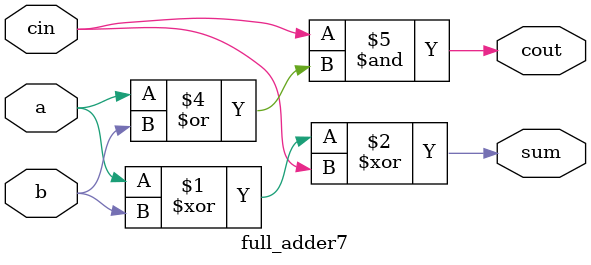
<source format=v>
module full_adder7(a,b,cin,sum,cout);
input a,b,cin;
output sum,cout;
assign sum = a^b^cin;
assign cout = a&1'b0|cin&(a|b); 
// initial begin
//     $display("The incorrect adder with and0 having in2/0");
// end   
endmodule
</source>
